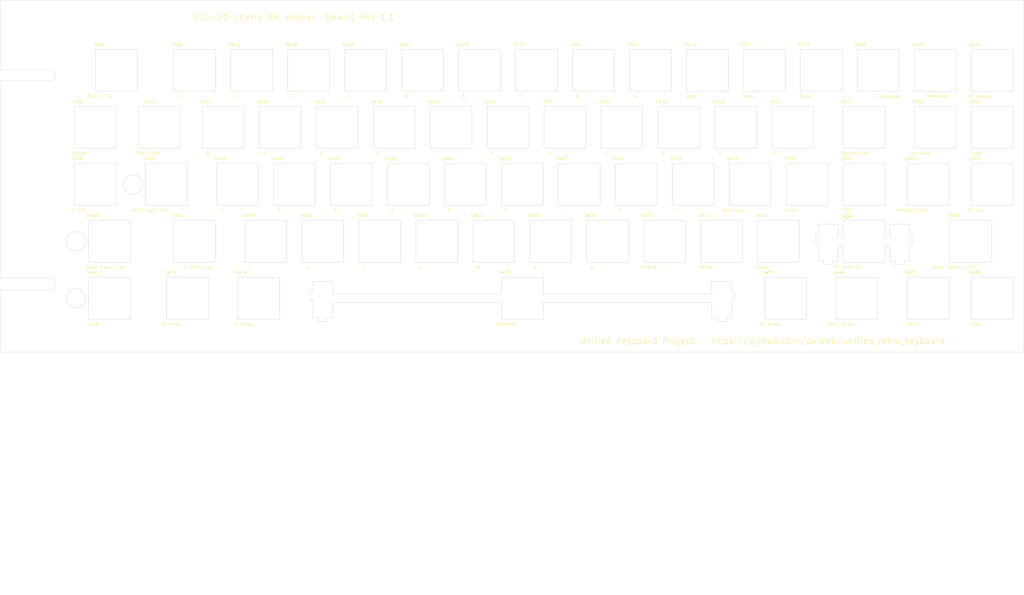
<source format=kicad_pcb>
(kicad_pcb (version 20171130) (host pcbnew "(5.1.5-0-10_14)")

  (general
    (thickness 1.6)
    (drawings 18)
    (tracks 0)
    (zones 0)
    (modules 75)
    (nets 1)
  )

  (page C)
  (title_block
    (title "Unified Retro Keyboard")
    (date 2019-08-25)
    (rev 1.1)
    (company OSIWeb.org)
    (comment 1 "Key aligner - Cherry (main)")
  )

  (layers
    (0 F.Cu signal)
    (31 B.Cu signal)
    (32 B.Adhes user)
    (33 F.Adhes user)
    (34 B.Paste user)
    (35 F.Paste user)
    (36 B.SilkS user)
    (37 F.SilkS user)
    (38 B.Mask user)
    (39 F.Mask user)
    (40 Dwgs.User user)
    (41 Cmts.User user)
    (42 Eco1.User user)
    (43 Eco2.User user)
    (44 Edge.Cuts user)
    (45 Margin user)
    (46 B.CrtYd user)
    (47 F.CrtYd user)
    (48 B.Fab user)
    (49 F.Fab user)
  )

  (setup
    (last_trace_width 0.254)
    (user_trace_width 0.254)
    (user_trace_width 0.508)
    (user_trace_width 1.27)
    (trace_clearance 0.2)
    (zone_clearance 0.508)
    (zone_45_only no)
    (trace_min 0.2)
    (via_size 0.8128)
    (via_drill 0.4064)
    (via_min_size 0.4)
    (via_min_drill 0.3)
    (user_via 1.27 0.7112)
    (uvia_size 0.3048)
    (uvia_drill 0.1016)
    (uvias_allowed no)
    (uvia_min_size 0.2)
    (uvia_min_drill 0.1)
    (edge_width 0.05)
    (segment_width 0.2)
    (pcb_text_width 0.3)
    (pcb_text_size 1.5 1.5)
    (mod_edge_width 0.12)
    (mod_text_size 1 1)
    (mod_text_width 0.15)
    (pad_size 3.81 3.81)
    (pad_drill 3.81)
    (pad_to_mask_clearance 0)
    (aux_axis_origin 61.4172 179.1081)
    (grid_origin 76.835 223.393)
    (visible_elements 7FFFEFFF)
    (pcbplotparams
      (layerselection 0x010fc_ffffffff)
      (usegerberextensions false)
      (usegerberattributes false)
      (usegerberadvancedattributes false)
      (creategerberjobfile false)
      (excludeedgelayer true)
      (linewidth 0.100000)
      (plotframeref false)
      (viasonmask false)
      (mode 1)
      (useauxorigin false)
      (hpglpennumber 1)
      (hpglpenspeed 20)
      (hpglpendiameter 15.000000)
      (psnegative false)
      (psa4output false)
      (plotreference true)
      (plotvalue true)
      (plotinvisibletext false)
      (padsonsilk false)
      (subtractmaskfromsilk false)
      (outputformat 1)
      (mirror false)
      (drillshape 0)
      (scaleselection 1)
      (outputdirectory "outputs"))
  )

  (net 0 "")

  (net_class Default "This is the default net class."
    (clearance 0.2)
    (trace_width 0.254)
    (via_dia 0.8128)
    (via_drill 0.4064)
    (uvia_dia 0.3048)
    (uvia_drill 0.1016)
    (diff_pair_width 0.2032)
    (diff_pair_gap 0.254)
  )

  (net_class power1 ""
    (clearance 0.254)
    (trace_width 1.27)
    (via_dia 1.27)
    (via_drill 0.7112)
    (uvia_dia 0.3048)
    (uvia_drill 0.1016)
    (diff_pair_width 0.2032)
    (diff_pair_gap 0.254)
  )

  (net_class signal ""
    (clearance 0.2032)
    (trace_width 0.254)
    (via_dia 0.8128)
    (via_drill 0.4064)
    (uvia_dia 0.3048)
    (uvia_drill 0.1016)
    (diff_pair_width 0.2032)
    (diff_pair_gap 0.254)
  )

  (module unikbd:MX_2u_aligner locked (layer F.Cu) (tedit 5E8CCCF3) (tstamp 5E12D3B8)
    (at 365.75238 187.74156)
    (path /5BC3E99D/5BC6D0C2)
    (fp_text reference SW55 (at -5.7912 -8.6106) (layer F.SilkS)
      (effects (font (size 1 1) (thickness 0.15)))
    )
    (fp_text value "RT Shift: 2x" (at -5.334 8.6614) (layer F.SilkS)
      (effects (font (size 1 1) (thickness 0.15)))
    )
    (fp_line (start 6.985 1.397) (end 8.6106 1.397) (layer Edge.Cuts) (width 0.12))
    (fp_line (start 6.985 -1.397) (end 8.6106 -1.397) (layer Edge.Cuts) (width 0.12))
    (fp_line (start -8.6106 -1.397) (end -6.985 -1.397) (layer Edge.Cuts) (width 0.12))
    (fp_line (start -8.6106 1.397) (end -6.985 1.397) (layer Edge.Cuts) (width 0.12))
    (fp_text user SW** (at -5.334 -7.874) (layer F.SilkS)
      (effects (font (size 1 1) (thickness 0.15)))
    )
    (fp_text user MX_space_aligner (at -0.6096 7.9248) (layer B.Fab)
      (effects (font (size 1 1) (thickness 0.15)))
    )
    (fp_line (start 15.2654 -5.6896) (end 15.2654 -2.286) (layer Edge.Cuts) (width 0.12))
    (fp_line (start 15.2654 -2.286) (end 16.129 -2.286) (layer Edge.Cuts) (width 0.12))
    (fp_line (start 16.129 -2.286) (end 16.129 0.508) (layer Edge.Cuts) (width 0.12))
    (fp_line (start 16.129 0.508) (end 15.2654 0.508) (layer Edge.Cuts) (width 0.12))
    (fp_line (start 15.2654 0.508) (end 15.2654 6.604) (layer Edge.Cuts) (width 0.12))
    (fp_line (start 15.2654 6.604) (end 13.462 6.604) (layer Edge.Cuts) (width 0.12))
    (fp_line (start 13.462 6.604) (end 13.462 7.7724) (layer Edge.Cuts) (width 0.12))
    (fp_line (start 6.985 -6.985) (end 6.985 -1.397) (layer Edge.Cuts) (width 0.12))
    (fp_line (start 8.6106 -5.6896) (end 15.2654 -5.6896) (layer Edge.Cuts) (width 0.12))
    (fp_line (start 8.6106 -1.397) (end 8.6106 -5.6896) (layer Edge.Cuts) (width 0.12))
    (fp_line (start 13.462 7.7724) (end 10.414 7.7724) (layer Edge.Cuts) (width 0.12))
    (fp_line (start 10.414 7.7724) (end 10.414 6.604) (layer Edge.Cuts) (width 0.12))
    (fp_line (start 10.414 6.604) (end 8.6106 6.604) (layer Edge.Cuts) (width 0.12))
    (fp_line (start 8.6106 6.604) (end 8.6106 1.397) (layer Edge.Cuts) (width 0.12))
    (fp_line (start 6.985 1.397) (end 6.985 6.985) (layer Edge.Cuts) (width 0.12))
    (fp_line (start 6.985 6.985) (end -6.985 6.985) (layer Edge.Cuts) (width 0.12))
    (fp_line (start -6.985 6.985) (end -6.985 1.397) (layer Edge.Cuts) (width 0.12))
    (fp_line (start -8.6106 1.397) (end -8.6106 6.604) (layer Edge.Cuts) (width 0.12))
    (fp_line (start -8.6106 6.604) (end -10.414 6.604) (layer Edge.Cuts) (width 0.12))
    (fp_line (start -10.414 6.604) (end -10.414 7.7724) (layer Edge.Cuts) (width 0.12))
    (fp_line (start -10.414 7.7724) (end -13.462 7.7724) (layer Edge.Cuts) (width 0.12))
    (fp_line (start -13.462 7.7724) (end -13.462 6.604) (layer Edge.Cuts) (width 0.12))
    (fp_line (start -13.462 6.604) (end -15.2654 6.604) (layer Edge.Cuts) (width 0.12))
    (fp_line (start -15.2654 6.604) (end -15.2654 0.508) (layer Edge.Cuts) (width 0.12))
    (fp_line (start -15.2654 0.508) (end -16.129 0.508) (layer Edge.Cuts) (width 0.12))
    (fp_line (start -16.129 0.508) (end -16.129 -2.286) (layer Edge.Cuts) (width 0.12))
    (fp_line (start -16.129 -2.286) (end -15.2654 -2.286) (layer Edge.Cuts) (width 0.12))
    (fp_line (start -15.2654 -2.286) (end -15.2654 -5.6896) (layer Edge.Cuts) (width 0.12))
    (fp_line (start -15.2654 -5.6896) (end -8.6106 -5.6896) (layer Edge.Cuts) (width 0.12))
    (fp_line (start -8.6106 -5.6896) (end -8.6106 -1.397) (layer Edge.Cuts) (width 0.12))
    (fp_line (start -6.985 -1.397) (end -6.985 -6.985) (layer Edge.Cuts) (width 0.12))
    (fp_line (start -6.985 -6.985) (end 6.985 -6.985) (layer Edge.Cuts) (width 0.12))
  )

  (module unikbd:Key_MX_Aligner locked (layer F.Cu) (tedit 5E75767C) (tstamp 5E12D408)
    (at 401.47113 187.74156)
    (path /5BC3E99D/5BC6D0C9)
    (fp_text reference SW59 (at -5.7912 -8.6106) (layer F.SilkS)
      (effects (font (size 1 1) (thickness 0.15)))
    )
    (fp_text value "Mode Select: 1.75x" (at -5.334 8.6614) (layer F.SilkS)
      (effects (font (size 1 1) (thickness 0.15)))
    )
    (fp_line (start -6.985 -6.985) (end -6.985 6.985) (layer Edge.Cuts) (width 0.12))
    (fp_line (start 6.985 6.985) (end 6.985 -6.985) (layer Edge.Cuts) (width 0.12))
    (fp_line (start -6.985 -6.985) (end 6.985 -6.985) (layer Edge.Cuts) (width 0.12))
    (fp_line (start -6.985 6.985) (end 6.985 6.985) (layer Edge.Cuts) (width 0.12))
  )

  (module unikbd:Key_MX_Aligner locked (layer F.Cu) (tedit 5E75767C) (tstamp 5E12D458)
    (at 251.45238 168.69156)
    (path /5BC3E99D/5BC3FF70)
    (fp_text reference SW63 (at -5.7912 -8.6106) (layer F.SilkS)
      (effects (font (size 1 1) (thickness 0.15)))
    )
    (fp_text value H (at -5.334 8.6614) (layer F.SilkS)
      (effects (font (size 1 1) (thickness 0.15)))
    )
    (fp_line (start -6.985 -6.985) (end -6.985 6.985) (layer Edge.Cuts) (width 0.12))
    (fp_line (start 6.985 6.985) (end 6.985 -6.985) (layer Edge.Cuts) (width 0.12))
    (fp_line (start -6.985 -6.985) (end 6.985 -6.985) (layer Edge.Cuts) (width 0.12))
    (fp_line (start -6.985 6.985) (end 6.985 6.985) (layer Edge.Cuts) (width 0.12))
  )

  (module unikbd:Key_MX_Aligner locked (layer F.Cu) (tedit 5E75767C) (tstamp 5E12D41C)
    (at 232.40238 168.69156)
    (path /5BC3E99D/5BC3FF77)
    (fp_text reference SW60 (at -5.7912 -8.6106) (layer F.SilkS)
      (effects (font (size 1 1) (thickness 0.15)))
    )
    (fp_text value G (at -5.334 8.6614) (layer F.SilkS)
      (effects (font (size 1 1) (thickness 0.15)))
    )
    (fp_line (start -6.985 -6.985) (end -6.985 6.985) (layer Edge.Cuts) (width 0.12))
    (fp_line (start 6.985 6.985) (end 6.985 -6.985) (layer Edge.Cuts) (width 0.12))
    (fp_line (start -6.985 -6.985) (end 6.985 -6.985) (layer Edge.Cuts) (width 0.12))
    (fp_line (start -6.985 6.985) (end 6.985 6.985) (layer Edge.Cuts) (width 0.12))
  )

  (module unikbd:Key_MX_Aligner locked (layer F.Cu) (tedit 5E75767C) (tstamp 5E12D430)
    (at 387.18363 168.69156)
    (path /5BC3E99D/5BC6CD87)
    (fp_text reference SW61 (at -5.7912 -8.6106) (layer F.SilkS)
      (effects (font (size 1 1) (thickness 0.15)))
    )
    (fp_text value "Repeat: 1.25x" (at -5.334 8.6614) (layer F.SilkS)
      (effects (font (size 1 1) (thickness 0.15)))
    )
    (fp_line (start -6.985 -6.985) (end -6.985 6.985) (layer Edge.Cuts) (width 0.12))
    (fp_line (start 6.985 6.985) (end 6.985 -6.985) (layer Edge.Cuts) (width 0.12))
    (fp_line (start -6.985 -6.985) (end 6.985 -6.985) (layer Edge.Cuts) (width 0.12))
    (fp_line (start -6.985 6.985) (end 6.985 6.985) (layer Edge.Cuts) (width 0.12))
  )

  (module unikbd:Key_MX_Aligner locked (layer F.Cu) (tedit 5E75767C) (tstamp 5E12D3CC)
    (at 213.35238 168.69156)
    (path /5BC3E99D/5BC3FF69)
    (fp_text reference SW56 (at -5.7912 -8.6106) (layer F.SilkS)
      (effects (font (size 1 1) (thickness 0.15)))
    )
    (fp_text value F (at -5.334 8.6614) (layer F.SilkS)
      (effects (font (size 1 1) (thickness 0.15)))
    )
    (fp_line (start -6.985 -6.985) (end -6.985 6.985) (layer Edge.Cuts) (width 0.12))
    (fp_line (start 6.985 6.985) (end 6.985 -6.985) (layer Edge.Cuts) (width 0.12))
    (fp_line (start -6.985 -6.985) (end 6.985 -6.985) (layer Edge.Cuts) (width 0.12))
    (fp_line (start -6.985 6.985) (end 6.985 6.985) (layer Edge.Cuts) (width 0.12))
  )

  (module unikbd:Key_MX_Aligner locked (layer F.Cu) (tedit 5E75767C) (tstamp 5E12D46C)
    (at 408.61488 168.69156)
    (path /5BC3E99D/5BC6CD80)
    (fp_text reference SW64 (at -5.7912 -8.6106) (layer F.SilkS)
      (effects (font (size 1 1) (thickness 0.15)))
    )
    (fp_text value "RT Ctrl" (at -5.334 8.6614) (layer F.SilkS)
      (effects (font (size 1 1) (thickness 0.15)))
    )
    (fp_line (start -6.985 -6.985) (end -6.985 6.985) (layer Edge.Cuts) (width 0.12))
    (fp_line (start 6.985 6.985) (end 6.985 -6.985) (layer Edge.Cuts) (width 0.12))
    (fp_line (start -6.985 -6.985) (end 6.985 -6.985) (layer Edge.Cuts) (width 0.12))
    (fp_line (start -6.985 6.985) (end 6.985 6.985) (layer Edge.Cuts) (width 0.12))
  )

  (module unikbd:Key_MX_Aligner locked (layer F.Cu) (tedit 5E75767C) (tstamp 5E12D250)
    (at 270.50238 168.69156)
    (path /5BC3E99D/5E1BE11F)
    (fp_text reference SW37 (at -5.7912 -8.6106) (layer F.SilkS)
      (effects (font (size 1 1) (thickness 0.15)))
    )
    (fp_text value J (at -5.334 8.6614) (layer F.SilkS)
      (effects (font (size 1 1) (thickness 0.15)))
    )
    (fp_line (start -6.985 -6.985) (end -6.985 6.985) (layer Edge.Cuts) (width 0.12))
    (fp_line (start 6.985 6.985) (end 6.985 -6.985) (layer Edge.Cuts) (width 0.12))
    (fp_line (start -6.985 -6.985) (end 6.985 -6.985) (layer Edge.Cuts) (width 0.12))
    (fp_line (start -6.985 6.985) (end 6.985 6.985) (layer Edge.Cuts) (width 0.12))
  )

  (module unikbd:Key_MX_Aligner locked (layer F.Cu) (tedit 5E75767C) (tstamp 5E12D28C)
    (at 132.38988 168.69156)
    (path /5BC3E99D/5BC3FD26)
    (fp_text reference SW40 (at -5.7912 -8.6106) (layer F.SilkS)
      (effects (font (size 1 1) (thickness 0.15)))
    )
    (fp_text value "Shift Lock: 1.5x" (at -5.334 8.6614) (layer F.SilkS)
      (effects (font (size 1 1) (thickness 0.15)))
    )
    (fp_line (start -6.985 -6.985) (end -6.985 6.985) (layer Edge.Cuts) (width 0.12))
    (fp_line (start 6.985 6.985) (end 6.985 -6.985) (layer Edge.Cuts) (width 0.12))
    (fp_line (start -6.985 -6.985) (end 6.985 -6.985) (layer Edge.Cuts) (width 0.12))
    (fp_line (start -6.985 6.985) (end 6.985 6.985) (layer Edge.Cuts) (width 0.12))
  )

  (module unikbd:Key_MX_Aligner locked (layer F.Cu) (tedit 5E75767C) (tstamp 5E12D2A0)
    (at 289.55238 168.69156)
    (path /5BC3E99D/5BC6CD5D)
    (fp_text reference SW41 (at -5.7912 -8.6106) (layer F.SilkS)
      (effects (font (size 1 1) (thickness 0.15)))
    )
    (fp_text value K (at -5.334 8.6614) (layer F.SilkS)
      (effects (font (size 1 1) (thickness 0.15)))
    )
    (fp_line (start -6.985 -6.985) (end -6.985 6.985) (layer Edge.Cuts) (width 0.12))
    (fp_line (start 6.985 6.985) (end 6.985 -6.985) (layer Edge.Cuts) (width 0.12))
    (fp_line (start -6.985 -6.985) (end 6.985 -6.985) (layer Edge.Cuts) (width 0.12))
    (fp_line (start -6.985 6.985) (end 6.985 6.985) (layer Edge.Cuts) (width 0.12))
  )

  (module unikbd:Key_MX_Aligner locked (layer F.Cu) (tedit 5E75767C) (tstamp 5E12D2DC)
    (at 156.20238 168.69156)
    (path /5BC3E99D/5BC3FE57)
    (fp_text reference SW44 (at -5.7912 -8.6106) (layer F.SilkS)
      (effects (font (size 1 1) (thickness 0.15)))
    )
    (fp_text value A (at -5.334 8.6614) (layer F.SilkS)
      (effects (font (size 1 1) (thickness 0.15)))
    )
    (fp_line (start -6.985 -6.985) (end -6.985 6.985) (layer Edge.Cuts) (width 0.12))
    (fp_line (start 6.985 6.985) (end 6.985 -6.985) (layer Edge.Cuts) (width 0.12))
    (fp_line (start -6.985 -6.985) (end 6.985 -6.985) (layer Edge.Cuts) (width 0.12))
    (fp_line (start -6.985 6.985) (end 6.985 6.985) (layer Edge.Cuts) (width 0.12))
  )

  (module unikbd:Key_MX_Aligner locked (layer F.Cu) (tedit 5E75767C) (tstamp 5E12D2F0)
    (at 308.60238 168.69156)
    (path /5BC3E99D/5BC6CD6B)
    (fp_text reference SW45 (at -5.7912 -8.6106) (layer F.SilkS)
      (effects (font (size 1 1) (thickness 0.15)))
    )
    (fp_text value L (at -5.334 8.6614) (layer F.SilkS)
      (effects (font (size 1 1) (thickness 0.15)))
    )
    (fp_line (start -6.985 -6.985) (end -6.985 6.985) (layer Edge.Cuts) (width 0.12))
    (fp_line (start 6.985 6.985) (end 6.985 -6.985) (layer Edge.Cuts) (width 0.12))
    (fp_line (start -6.985 -6.985) (end 6.985 -6.985) (layer Edge.Cuts) (width 0.12))
    (fp_line (start -6.985 6.985) (end 6.985 6.985) (layer Edge.Cuts) (width 0.12))
  )

  (module unikbd:Key_MX_Aligner locked (layer F.Cu) (tedit 5E75767C) (tstamp 5E12D32C)
    (at 175.25238 168.69156)
    (path /5BC3E99D/5E1BE11D)
    (fp_text reference SW48 (at -5.7912 -8.6106) (layer F.SilkS)
      (effects (font (size 1 1) (thickness 0.15)))
    )
    (fp_text value S (at -5.334 8.6614) (layer F.SilkS)
      (effects (font (size 1 1) (thickness 0.15)))
    )
    (fp_line (start -6.985 -6.985) (end -6.985 6.985) (layer Edge.Cuts) (width 0.12))
    (fp_line (start 6.985 6.985) (end 6.985 -6.985) (layer Edge.Cuts) (width 0.12))
    (fp_line (start -6.985 -6.985) (end 6.985 -6.985) (layer Edge.Cuts) (width 0.12))
    (fp_line (start -6.985 6.985) (end 6.985 6.985) (layer Edge.Cuts) (width 0.12))
  )

  (module unikbd:Key_MX_Aligner locked (layer F.Cu) (tedit 5E75767C) (tstamp 5E12D340)
    (at 327.65238 168.69156)
    (path /5BC3E99D/5BC6CD64)
    (fp_text reference SW49 (at -5.7912 -8.6106) (layer F.SilkS)
      (effects (font (size 1 1) (thickness 0.15)))
    )
    (fp_text value Semicolon (at -5.334 8.6614) (layer F.SilkS)
      (effects (font (size 1 1) (thickness 0.15)))
    )
    (fp_line (start -6.985 -6.985) (end -6.985 6.985) (layer Edge.Cuts) (width 0.12))
    (fp_line (start 6.985 6.985) (end 6.985 -6.985) (layer Edge.Cuts) (width 0.12))
    (fp_line (start -6.985 -6.985) (end 6.985 -6.985) (layer Edge.Cuts) (width 0.12))
    (fp_line (start -6.985 6.985) (end 6.985 6.985) (layer Edge.Cuts) (width 0.12))
  )

  (module unikbd:Key_MX_Aligner locked (layer F.Cu) (tedit 5E75767C) (tstamp 5E12D37C)
    (at 194.30238 168.69156)
    (path /5BC3E99D/5E0AC938)
    (fp_text reference SW52 (at -5.7912 -8.6106) (layer F.SilkS)
      (effects (font (size 1 1) (thickness 0.15)))
    )
    (fp_text value D (at -5.334 8.6614) (layer F.SilkS)
      (effects (font (size 1 1) (thickness 0.15)))
    )
    (fp_line (start -6.985 -6.985) (end -6.985 6.985) (layer Edge.Cuts) (width 0.12))
    (fp_line (start 6.985 6.985) (end 6.985 -6.985) (layer Edge.Cuts) (width 0.12))
    (fp_line (start -6.985 -6.985) (end 6.985 -6.985) (layer Edge.Cuts) (width 0.12))
    (fp_line (start -6.985 6.985) (end 6.985 6.985) (layer Edge.Cuts) (width 0.12))
  )

  (module unikbd:Key_MX_Aligner locked (layer F.Cu) (tedit 5E75767C) (tstamp 5E12D390)
    (at 346.70238 168.69156)
    (path /5BC3E99D/5BC6CD72)
    (fp_text reference SW53 (at -5.7912 -8.6106) (layer F.SilkS)
      (effects (font (size 1 1) (thickness 0.15)))
    )
    (fp_text value Colon (at -5.334 8.6614) (layer F.SilkS)
      (effects (font (size 1 1) (thickness 0.15)))
    )
    (fp_line (start -6.985 -6.985) (end -6.985 6.985) (layer Edge.Cuts) (width 0.12))
    (fp_line (start 6.985 6.985) (end 6.985 -6.985) (layer Edge.Cuts) (width 0.12))
    (fp_line (start -6.985 -6.985) (end 6.985 -6.985) (layer Edge.Cuts) (width 0.12))
    (fp_line (start -6.985 6.985) (end 6.985 6.985) (layer Edge.Cuts) (width 0.12))
  )

  (module unikbd:Key_MX_Aligner locked (layer F.Cu) (tedit 5E75767C) (tstamp 5E12D3E0)
    (at 365.75238 168.69156)
    (path /5BC3E99D/5BC6CD79)
    (fp_text reference SW57 (at -5.7912 -8.6106) (layer F.SilkS)
      (effects (font (size 1 1) (thickness 0.15)))
    )
    (fp_text value DEL (at -5.334 8.6614) (layer F.SilkS)
      (effects (font (size 1 1) (thickness 0.15)))
    )
    (fp_line (start -6.985 -6.985) (end -6.985 6.985) (layer Edge.Cuts) (width 0.12))
    (fp_line (start 6.985 6.985) (end 6.985 -6.985) (layer Edge.Cuts) (width 0.12))
    (fp_line (start -6.985 -6.985) (end 6.985 -6.985) (layer Edge.Cuts) (width 0.12))
    (fp_line (start -6.985 6.985) (end 6.985 6.985) (layer Edge.Cuts) (width 0.12))
  )

  (module unikbd:Key_MX_Aligner locked (layer F.Cu) (tedit 5E75767C) (tstamp 5E12D3A4)
    (at 203.82738 187.74156)
    (path /5BC3E99D/5BC6CEF2)
    (fp_text reference SW54 (at -5.7912 -8.6106) (layer F.SilkS)
      (effects (font (size 1 1) (thickness 0.15)))
    )
    (fp_text value C (at -5.334 8.6614) (layer F.SilkS)
      (effects (font (size 1 1) (thickness 0.15)))
    )
    (fp_line (start -6.985 -6.985) (end -6.985 6.985) (layer Edge.Cuts) (width 0.12))
    (fp_line (start 6.985 6.985) (end 6.985 -6.985) (layer Edge.Cuts) (width 0.12))
    (fp_line (start -6.985 -6.985) (end 6.985 -6.985) (layer Edge.Cuts) (width 0.12))
    (fp_line (start -6.985 6.985) (end 6.985 6.985) (layer Edge.Cuts) (width 0.12))
  )

  (module unikbd:Key_MX_Aligner locked (layer F.Cu) (tedit 5E75767C) (tstamp 5E6EC726)
    (at 163.34613 206.79156)
    (path /5E16AC8E/5E1BE0F6)
    (fp_text reference SW74 (at -5.7912 -8.6106) (layer F.SilkS)
      (effects (font (size 1 1) (thickness 0.15)))
    )
    (fp_text value "LT Arrow" (at -5.334 8.6614) (layer F.SilkS)
      (effects (font (size 1 1) (thickness 0.15)))
    )
    (fp_line (start -6.985 -6.985) (end -6.985 6.985) (layer Edge.Cuts) (width 0.12))
    (fp_line (start 6.985 6.985) (end 6.985 -6.985) (layer Edge.Cuts) (width 0.12))
    (fp_line (start -6.985 -6.985) (end 6.985 -6.985) (layer Edge.Cuts) (width 0.12))
    (fp_line (start -6.985 6.985) (end 6.985 6.985) (layer Edge.Cuts) (width 0.12))
  )

  (module unikbd:Key_MX_Aligner locked (layer F.Cu) (tedit 5E75767C) (tstamp 5E12D1C4)
    (at 227.63988 149.64156)
    (path /5BC3EA0A/5BCAF420)
    (fp_text reference SW30 (at -5.7912 -8.6106) (layer F.SilkS)
      (effects (font (size 1 1) (thickness 0.15)))
    )
    (fp_text value T (at -5.334 8.6614) (layer F.SilkS)
      (effects (font (size 1 1) (thickness 0.15)))
    )
    (fp_line (start -6.985 -6.985) (end -6.985 6.985) (layer Edge.Cuts) (width 0.12))
    (fp_line (start 6.985 6.985) (end 6.985 -6.985) (layer Edge.Cuts) (width 0.12))
    (fp_line (start -6.985 -6.985) (end 6.985 -6.985) (layer Edge.Cuts) (width 0.12))
    (fp_line (start -6.985 6.985) (end 6.985 6.985) (layer Edge.Cuts) (width 0.12))
  )

  (module unikbd:Key_MX_Aligner locked (layer F.Cu) (tedit 5E75767C) (tstamp 5E12D64C)
    (at 408.61488 206.79156)
    (path /5E16AC8E/5E1BE0F8)
    (fp_text reference SW88 (at -5.7912 -8.6106) (layer F.SilkS)
      (effects (font (size 1 1) (thickness 0.15)))
    )
    (fp_text value Clear (at -5.334 8.6614) (layer F.SilkS)
      (effects (font (size 1 1) (thickness 0.15)))
    )
    (fp_line (start -6.985 -6.985) (end -6.985 6.985) (layer Edge.Cuts) (width 0.12))
    (fp_line (start 6.985 6.985) (end 6.985 -6.985) (layer Edge.Cuts) (width 0.12))
    (fp_line (start -6.985 -6.985) (end 6.985 -6.985) (layer Edge.Cuts) (width 0.12))
    (fp_line (start -6.985 6.985) (end 6.985 6.985) (layer Edge.Cuts) (width 0.12))
  )

  (module unikbd:Key_MX_Aligner locked (layer F.Cu) (tedit 5E75767C) (tstamp 5E12D638)
    (at 387.18363 206.79156)
    (path /5E16AC8E/5E1BE0F9)
    (fp_text reference SW87 (at -5.7912 -8.6106) (layer F.SilkS)
      (effects (font (size 1 1) (thickness 0.15)))
    )
    (fp_text value Home (at -5.334 8.6614) (layer F.SilkS)
      (effects (font (size 1 1) (thickness 0.15)))
    )
    (fp_line (start -6.985 -6.985) (end -6.985 6.985) (layer Edge.Cuts) (width 0.12))
    (fp_line (start 6.985 6.985) (end 6.985 -6.985) (layer Edge.Cuts) (width 0.12))
    (fp_line (start -6.985 -6.985) (end 6.985 -6.985) (layer Edge.Cuts) (width 0.12))
    (fp_line (start -6.985 6.985) (end 6.985 6.985) (layer Edge.Cuts) (width 0.12))
  )

  (module unikbd:Key_MX_Aligner locked (layer F.Cu) (tedit 5E75767C) (tstamp 5E12D5FC)
    (at 363.37113 206.79156)
    (path /5E16AC8E/5E1BE0F7)
    (fp_text reference SW84 (at -5.7912 -8.6106) (layer F.SilkS)
      (effects (font (size 1 1) (thickness 0.15)))
    )
    (fp_text value "Down Arrow" (at -5.334 8.6614) (layer F.SilkS)
      (effects (font (size 1 1) (thickness 0.15)))
    )
    (fp_line (start -6.985 -6.985) (end -6.985 6.985) (layer Edge.Cuts) (width 0.12))
    (fp_line (start 6.985 6.985) (end 6.985 -6.985) (layer Edge.Cuts) (width 0.12))
    (fp_line (start -6.985 -6.985) (end 6.985 -6.985) (layer Edge.Cuts) (width 0.12))
    (fp_line (start -6.985 6.985) (end 6.985 6.985) (layer Edge.Cuts) (width 0.12))
  )

  (module unikbd:Key_MX_Aligner locked (layer F.Cu) (tedit 5E75767C) (tstamp 5E10B4C4)
    (at 339.55863 206.79156)
    (path /5E16AC8E/5E1BE119)
    (fp_text reference SW81 (at -5.7912 -8.6106) (layer F.SilkS)
      (effects (font (size 1 1) (thickness 0.15)))
    )
    (fp_text value "RT Arrow" (at -5.334 8.6614) (layer F.SilkS)
      (effects (font (size 1 1) (thickness 0.15)))
    )
    (fp_line (start -6.985 -6.985) (end -6.985 6.985) (layer Edge.Cuts) (width 0.12))
    (fp_line (start 6.985 6.985) (end 6.985 -6.985) (layer Edge.Cuts) (width 0.12))
    (fp_line (start -6.985 -6.985) (end 6.985 -6.985) (layer Edge.Cuts) (width 0.12))
    (fp_line (start -6.985 6.985) (end 6.985 6.985) (layer Edge.Cuts) (width 0.12))
  )

  (module unikbd:Key_MX_Aligner locked (layer F.Cu) (tedit 5E75767C) (tstamp 5E12D4E4)
    (at 139.53363 206.79156)
    (path /5E16AC8E/5E1BE0F5)
    (fp_text reference SW70 (at -5.7912 -8.6106) (layer F.SilkS)
      (effects (font (size 1 1) (thickness 0.15)))
    )
    (fp_text value "Up Arrow" (at -5.334 8.6614) (layer F.SilkS)
      (effects (font (size 1 1) (thickness 0.15)))
    )
    (fp_line (start -6.985 -6.985) (end -6.985 6.985) (layer Edge.Cuts) (width 0.12))
    (fp_line (start 6.985 6.985) (end 6.985 -6.985) (layer Edge.Cuts) (width 0.12))
    (fp_line (start -6.985 -6.985) (end 6.985 -6.985) (layer Edge.Cuts) (width 0.12))
    (fp_line (start -6.985 6.985) (end 6.985 6.985) (layer Edge.Cuts) (width 0.12))
  )

  (module unikbd:Key_MX_Aligner locked (layer F.Cu) (tedit 5E75767C) (tstamp 5E12D494)
    (at 113.33988 206.79156)
    (path /5E16AC8E/5E12EFC1)
    (fp_text reference SW66 (at -5.7912 -8.6106) (layer F.SilkS)
      (effects (font (size 1 1) (thickness 0.15)))
    )
    (fp_text value Local (at -5.334 8.6614) (layer F.SilkS)
      (effects (font (size 1 1) (thickness 0.15)))
    )
    (fp_line (start -6.985 -6.985) (end -6.985 6.985) (layer Edge.Cuts) (width 0.12))
    (fp_line (start 6.985 6.985) (end 6.985 -6.985) (layer Edge.Cuts) (width 0.12))
    (fp_line (start -6.985 -6.985) (end 6.985 -6.985) (layer Edge.Cuts) (width 0.12))
    (fp_line (start -6.985 6.985) (end 6.985 6.985) (layer Edge.Cuts) (width 0.12))
  )

  (module unikbd:Key_MX_Aligner locked (layer F.Cu) (tedit 5E75767C) (tstamp 5E12D480)
    (at 260.97738 187.74156)
    (path /5BC3E99D/5BC6CF00)
    (fp_text reference SW65 (at -5.7912 -8.6106) (layer F.SilkS)
      (effects (font (size 1 1) (thickness 0.15)))
    )
    (fp_text value N (at -5.334 8.6614) (layer F.SilkS)
      (effects (font (size 1 1) (thickness 0.15)))
    )
    (fp_line (start -6.985 -6.985) (end -6.985 6.985) (layer Edge.Cuts) (width 0.12))
    (fp_line (start 6.985 6.985) (end 6.985 -6.985) (layer Edge.Cuts) (width 0.12))
    (fp_line (start -6.985 -6.985) (end 6.985 -6.985) (layer Edge.Cuts) (width 0.12))
    (fp_line (start -6.985 6.985) (end 6.985 6.985) (layer Edge.Cuts) (width 0.12))
  )

  (module unikbd:Key_MX_Aligner locked (layer F.Cu) (tedit 5E75767C) (tstamp 5E12D444)
    (at 241.92738 187.74156)
    (path /5BC3E99D/5BC6CF07)
    (fp_text reference SW62 (at -5.7912 -8.6106) (layer F.SilkS)
      (effects (font (size 1 1) (thickness 0.15)))
    )
    (fp_text value B (at -5.334 8.6614) (layer F.SilkS)
      (effects (font (size 1 1) (thickness 0.15)))
    )
    (fp_line (start -6.985 -6.985) (end -6.985 6.985) (layer Edge.Cuts) (width 0.12))
    (fp_line (start 6.985 6.985) (end 6.985 -6.985) (layer Edge.Cuts) (width 0.12))
    (fp_line (start -6.985 -6.985) (end 6.985 -6.985) (layer Edge.Cuts) (width 0.12))
    (fp_line (start -6.985 6.985) (end 6.985 6.985) (layer Edge.Cuts) (width 0.12))
  )

  (module unikbd:Key_MX_Aligner locked (layer F.Cu) (tedit 5E75767C) (tstamp 5E12D3F4)
    (at 222.87738 187.74156)
    (path /5BC3E99D/5BC6CEF9)
    (fp_text reference SW58 (at -5.7912 -8.6106) (layer F.SilkS)
      (effects (font (size 1 1) (thickness 0.15)))
    )
    (fp_text value V (at -5.334 8.6614) (layer F.SilkS)
      (effects (font (size 1 1) (thickness 0.15)))
    )
    (fp_line (start -6.985 -6.985) (end -6.985 6.985) (layer Edge.Cuts) (width 0.12))
    (fp_line (start 6.985 6.985) (end 6.985 -6.985) (layer Edge.Cuts) (width 0.12))
    (fp_line (start -6.985 -6.985) (end 6.985 -6.985) (layer Edge.Cuts) (width 0.12))
    (fp_line (start -6.985 6.985) (end 6.985 6.985) (layer Edge.Cuts) (width 0.12))
  )

  (module unikbd:Key_MX_Aligner locked (layer F.Cu) (tedit 5E75767C) (tstamp 5E12D368)
    (at 337.17738 187.74156)
    (path /5BC3E99D/5BC6D0B4)
    (fp_text reference SW51 (at -5.7912 -8.6106) (layer F.SilkS)
      (effects (font (size 1 1) (thickness 0.15)))
    )
    (fp_text value Slash (at -5.334 8.6614) (layer F.SilkS)
      (effects (font (size 1 1) (thickness 0.15)))
    )
    (fp_line (start -6.985 -6.985) (end -6.985 6.985) (layer Edge.Cuts) (width 0.12))
    (fp_line (start 6.985 6.985) (end 6.985 -6.985) (layer Edge.Cuts) (width 0.12))
    (fp_line (start -6.985 -6.985) (end 6.985 -6.985) (layer Edge.Cuts) (width 0.12))
    (fp_line (start -6.985 6.985) (end 6.985 6.985) (layer Edge.Cuts) (width 0.12))
  )

  (module unikbd:Key_MX_Aligner locked (layer F.Cu) (tedit 5E75767C) (tstamp 5E12D354)
    (at 184.77738 187.74156)
    (path /5BC3E99D/5BC6CEE4)
    (fp_text reference SW50 (at -5.7912 -8.6106) (layer F.SilkS)
      (effects (font (size 1 1) (thickness 0.15)))
    )
    (fp_text value X (at -5.334 8.6614) (layer F.SilkS)
      (effects (font (size 1 1) (thickness 0.15)))
    )
    (fp_line (start -6.985 -6.985) (end -6.985 6.985) (layer Edge.Cuts) (width 0.12))
    (fp_line (start 6.985 6.985) (end 6.985 -6.985) (layer Edge.Cuts) (width 0.12))
    (fp_line (start -6.985 -6.985) (end 6.985 -6.985) (layer Edge.Cuts) (width 0.12))
    (fp_line (start -6.985 6.985) (end 6.985 6.985) (layer Edge.Cuts) (width 0.12))
  )

  (module unikbd:Key_MX_Aligner locked (layer F.Cu) (tedit 5E75767C) (tstamp 5E12D318)
    (at 318.12738 187.74156)
    (path /5BC3E99D/5BC6D0BB)
    (fp_text reference SW47 (at -5.7912 -8.6106) (layer F.SilkS)
      (effects (font (size 1 1) (thickness 0.15)))
    )
    (fp_text value Period (at -5.334 8.6614) (layer F.SilkS)
      (effects (font (size 1 1) (thickness 0.15)))
    )
    (fp_line (start -6.985 -6.985) (end -6.985 6.985) (layer Edge.Cuts) (width 0.12))
    (fp_line (start 6.985 6.985) (end 6.985 -6.985) (layer Edge.Cuts) (width 0.12))
    (fp_line (start -6.985 -6.985) (end 6.985 -6.985) (layer Edge.Cuts) (width 0.12))
    (fp_line (start -6.985 6.985) (end 6.985 6.985) (layer Edge.Cuts) (width 0.12))
  )

  (module unikbd:Key_MX_Aligner locked (layer F.Cu) (tedit 5E75767C) (tstamp 5E12D304)
    (at 165.72738 187.74156)
    (path /5BC3E99D/5BC6CEEB)
    (fp_text reference SW46 (at -5.7912 -8.6106) (layer F.SilkS)
      (effects (font (size 1 1) (thickness 0.15)))
    )
    (fp_text value Z (at -5.334 8.6614) (layer F.SilkS)
      (effects (font (size 1 1) (thickness 0.15)))
    )
    (fp_line (start -6.985 -6.985) (end -6.985 6.985) (layer Edge.Cuts) (width 0.12))
    (fp_line (start 6.985 6.985) (end 6.985 -6.985) (layer Edge.Cuts) (width 0.12))
    (fp_line (start -6.985 -6.985) (end 6.985 -6.985) (layer Edge.Cuts) (width 0.12))
    (fp_line (start -6.985 6.985) (end 6.985 6.985) (layer Edge.Cuts) (width 0.12))
  )

  (module unikbd:Key_MX_Aligner locked (layer F.Cu) (tedit 5E75767C) (tstamp 5E12D2C8)
    (at 299.07738 187.74156)
    (path /5BC3E99D/5E1BE115)
    (fp_text reference SW43 (at -5.7912 -8.6106) (layer F.SilkS)
      (effects (font (size 1 1) (thickness 0.15)))
    )
    (fp_text value Comma (at -5.334 8.6614) (layer F.SilkS)
      (effects (font (size 1 1) (thickness 0.15)))
    )
    (fp_line (start -6.985 -6.985) (end -6.985 6.985) (layer Edge.Cuts) (width 0.12))
    (fp_line (start 6.985 6.985) (end 6.985 -6.985) (layer Edge.Cuts) (width 0.12))
    (fp_line (start -6.985 -6.985) (end 6.985 -6.985) (layer Edge.Cuts) (width 0.12))
    (fp_line (start -6.985 6.985) (end 6.985 6.985) (layer Edge.Cuts) (width 0.12))
  )

  (module unikbd:Key_MX_Aligner locked (layer F.Cu) (tedit 5E75767C) (tstamp 5E10B192)
    (at 141.91488 187.74156)
    (path /5BC3E99D/5BC6CEDD)
    (fp_text reference SW42 (at -5.7912 -8.6106) (layer F.SilkS)
      (effects (font (size 1 1) (thickness 0.15)))
    )
    (fp_text value "LT Shift: 1.5x" (at 1.36652 8.75284) (layer F.SilkS)
      (effects (font (size 1 1) (thickness 0.15)))
    )
    (fp_line (start -6.985 -6.985) (end -6.985 6.985) (layer Edge.Cuts) (width 0.12))
    (fp_line (start 6.985 6.985) (end 6.985 -6.985) (layer Edge.Cuts) (width 0.12))
    (fp_line (start -6.985 -6.985) (end 6.985 -6.985) (layer Edge.Cuts) (width 0.12))
    (fp_line (start -6.985 6.985) (end 6.985 6.985) (layer Edge.Cuts) (width 0.12))
  )

  (module unikbd:Key_MX_Aligner locked (layer F.Cu) (tedit 5E75767C) (tstamp 5E12D264)
    (at 113.33988 187.74156)
    (path /5BC3E99D/5BC6CED6)
    (fp_text reference SW38 (at -5.7912 -8.6106) (layer F.SilkS)
      (effects (font (size 1 1) (thickness 0.15)))
    )
    (fp_text value "Upper Case: 1.5x" (at -1.55448 8.6614) (layer F.SilkS)
      (effects (font (size 1 1) (thickness 0.15)))
    )
    (fp_line (start -6.985 -6.985) (end -6.985 6.985) (layer Edge.Cuts) (width 0.12))
    (fp_line (start 6.985 6.985) (end 6.985 -6.985) (layer Edge.Cuts) (width 0.12))
    (fp_line (start -6.985 -6.985) (end 6.985 -6.985) (layer Edge.Cuts) (width 0.12))
    (fp_line (start -6.985 6.985) (end 6.985 6.985) (layer Edge.Cuts) (width 0.12))
  )

  (module unikbd:Key_MX_Aligner locked (layer F.Cu) (tedit 5E75767C) (tstamp 5E12D23C)
    (at 108.57738 168.69156)
    (path /5BC3E99D/5E1BE11B)
    (fp_text reference SW36 (at -5.7912 -8.6106) (layer F.SilkS)
      (effects (font (size 1 1) (thickness 0.15)))
    )
    (fp_text value "LT Ctrl" (at -5.334 8.6614) (layer F.SilkS)
      (effects (font (size 1 1) (thickness 0.15)))
    )
    (fp_line (start -6.985 -6.985) (end -6.985 6.985) (layer Edge.Cuts) (width 0.12))
    (fp_line (start 6.985 6.985) (end 6.985 -6.985) (layer Edge.Cuts) (width 0.12))
    (fp_line (start -6.985 -6.985) (end 6.985 -6.985) (layer Edge.Cuts) (width 0.12))
    (fp_line (start -6.985 6.985) (end 6.985 6.985) (layer Edge.Cuts) (width 0.12))
  )

  (module unikbd:Key_MX_Aligner locked (layer F.Cu) (tedit 5E75767C) (tstamp 5E12D228)
    (at 408.61488 149.64156)
    (path /5BC3EA0A/5BCAF489)
    (fp_text reference SW35 (at -5.7912 -8.6106) (layer F.SilkS)
      (effects (font (size 1 1) (thickness 0.15)))
    )
    (fp_text value Load (at -5.334 8.6614) (layer F.SilkS)
      (effects (font (size 1 1) (thickness 0.15)))
    )
    (fp_line (start -6.985 -6.985) (end -6.985 6.985) (layer Edge.Cuts) (width 0.12))
    (fp_line (start 6.985 6.985) (end 6.985 -6.985) (layer Edge.Cuts) (width 0.12))
    (fp_line (start -6.985 -6.985) (end 6.985 -6.985) (layer Edge.Cuts) (width 0.12))
    (fp_line (start -6.985 6.985) (end 6.985 6.985) (layer Edge.Cuts) (width 0.12))
  )

  (module unikbd:Key_MX_Aligner locked (layer F.Cu) (tedit 5E75767C) (tstamp 5E12D214)
    (at 246.68988 149.64156)
    (path /5BC3EA0A/5BCAF419)
    (fp_text reference SW34 (at -5.7912 -8.6106) (layer F.SilkS)
      (effects (font (size 1 1) (thickness 0.15)))
    )
    (fp_text value Y (at -5.334 8.6614) (layer F.SilkS)
      (effects (font (size 1 1) (thickness 0.15)))
    )
    (fp_line (start -6.985 -6.985) (end -6.985 6.985) (layer Edge.Cuts) (width 0.12))
    (fp_line (start 6.985 6.985) (end 6.985 -6.985) (layer Edge.Cuts) (width 0.12))
    (fp_line (start -6.985 -6.985) (end 6.985 -6.985) (layer Edge.Cuts) (width 0.12))
    (fp_line (start -6.985 6.985) (end 6.985 6.985) (layer Edge.Cuts) (width 0.12))
  )

  (module unikbd:Key_MX_Aligner locked (layer F.Cu) (tedit 5E75767C) (tstamp 5E12D200)
    (at 408.61488 130.59156)
    (path /5BC3EA0A/5BCAF3A9)
    (fp_text reference SW33 (at -5.7912 -8.6106) (layer F.SilkS)
      (effects (font (size 1 1) (thickness 0.15)))
    )
    (fp_text value "RT Bracket" (at -3.90398 8.75284) (layer F.SilkS)
      (effects (font (size 1 1) (thickness 0.15)))
    )
    (fp_line (start -6.985 -6.985) (end -6.985 6.985) (layer Edge.Cuts) (width 0.12))
    (fp_line (start 6.985 6.985) (end 6.985 -6.985) (layer Edge.Cuts) (width 0.12))
    (fp_line (start -6.985 -6.985) (end 6.985 -6.985) (layer Edge.Cuts) (width 0.12))
    (fp_line (start -6.985 6.985) (end 6.985 6.985) (layer Edge.Cuts) (width 0.12))
  )

  (module unikbd:Key_MX_Aligner locked (layer F.Cu) (tedit 5E75767C) (tstamp 5E12D1EC)
    (at 256.21488 130.59156)
    (path /5BC3EA0A/5BCAF339)
    (fp_text reference SW32 (at -5.7912 -8.6106) (layer F.SilkS)
      (effects (font (size 1 1) (thickness 0.15)))
    )
    (fp_text value 7 (at -5.334 8.6614) (layer F.SilkS)
      (effects (font (size 1 1) (thickness 0.15)))
    )
    (fp_line (start -6.985 -6.985) (end -6.985 6.985) (layer Edge.Cuts) (width 0.12))
    (fp_line (start 6.985 6.985) (end 6.985 -6.985) (layer Edge.Cuts) (width 0.12))
    (fp_line (start -6.985 -6.985) (end 6.985 -6.985) (layer Edge.Cuts) (width 0.12))
    (fp_line (start -6.985 6.985) (end 6.985 6.985) (layer Edge.Cuts) (width 0.12))
  )

  (module unikbd:Key_MX_Aligner locked (layer F.Cu) (tedit 5E75767C) (tstamp 5E12D1D8)
    (at 389.56488 149.64156)
    (path /5BC3EA0A/5BCAF490)
    (fp_text reference SW31 (at -5.7912 -8.6106) (layer F.SilkS)
      (effects (font (size 1 1) (thickness 0.15)))
    )
    (fp_text value "Line Feed" (at -5.334 8.6614) (layer F.SilkS)
      (effects (font (size 1 1) (thickness 0.15)))
    )
    (fp_line (start -6.985 -6.985) (end -6.985 6.985) (layer Edge.Cuts) (width 0.12))
    (fp_line (start 6.985 6.985) (end 6.985 -6.985) (layer Edge.Cuts) (width 0.12))
    (fp_line (start -6.985 -6.985) (end 6.985 -6.985) (layer Edge.Cuts) (width 0.12))
    (fp_line (start -6.985 6.985) (end 6.985 6.985) (layer Edge.Cuts) (width 0.12))
  )

  (module unikbd:Key_MX_Aligner locked (layer F.Cu) (tedit 5E75767C) (tstamp 5E12D1B0)
    (at 389.56488 130.59156)
    (path /5BC3EA0A/5BCAF3B0)
    (fp_text reference SW29 (at -5.7912 -8.6106) (layer F.SilkS)
      (effects (font (size 1 1) (thickness 0.15)))
    )
    (fp_text value Backslash (at 0.79502 8.49884) (layer F.SilkS)
      (effects (font (size 1 1) (thickness 0.15)))
    )
    (fp_line (start -6.985 -6.985) (end -6.985 6.985) (layer Edge.Cuts) (width 0.12))
    (fp_line (start 6.985 6.985) (end 6.985 -6.985) (layer Edge.Cuts) (width 0.12))
    (fp_line (start -6.985 -6.985) (end 6.985 -6.985) (layer Edge.Cuts) (width 0.12))
    (fp_line (start -6.985 6.985) (end 6.985 6.985) (layer Edge.Cuts) (width 0.12))
  )

  (module unikbd:Key_MX_Aligner locked (layer F.Cu) (tedit 5E75767C) (tstamp 5E12D19C)
    (at 237.16488 130.59156)
    (path /5BC3EA0A/5BCAF340)
    (fp_text reference SW28 (at -5.7912 -8.6106) (layer F.SilkS)
      (effects (font (size 1 1) (thickness 0.15)))
    )
    (fp_text value 6 (at -5.334 8.6614) (layer F.SilkS)
      (effects (font (size 1 1) (thickness 0.15)))
    )
    (fp_line (start -6.985 -6.985) (end -6.985 6.985) (layer Edge.Cuts) (width 0.12))
    (fp_line (start 6.985 6.985) (end 6.985 -6.985) (layer Edge.Cuts) (width 0.12))
    (fp_line (start -6.985 -6.985) (end 6.985 -6.985) (layer Edge.Cuts) (width 0.12))
    (fp_line (start -6.985 6.985) (end 6.985 6.985) (layer Edge.Cuts) (width 0.12))
  )

  (module unikbd:Key_MX_Aligner locked (layer F.Cu) (tedit 5E75767C) (tstamp 5E12D188)
    (at 365.75238 149.64156)
    (path /5BC3EA0A/5BCAF482)
    (fp_text reference SW27 (at -5.7912 -8.6106) (layer F.SilkS)
      (effects (font (size 1 1) (thickness 0.15)))
    )
    (fp_text value "Return: 1.5x" (at -2.95148 8.6614) (layer F.SilkS)
      (effects (font (size 1 1) (thickness 0.15)))
    )
    (fp_line (start -6.985 -6.985) (end -6.985 6.985) (layer Edge.Cuts) (width 0.12))
    (fp_line (start 6.985 6.985) (end 6.985 -6.985) (layer Edge.Cuts) (width 0.12))
    (fp_line (start -6.985 -6.985) (end 6.985 -6.985) (layer Edge.Cuts) (width 0.12))
    (fp_line (start -6.985 6.985) (end 6.985 6.985) (layer Edge.Cuts) (width 0.12))
  )

  (module unikbd:Key_MX_Aligner locked (layer F.Cu) (tedit 5E75767C) (tstamp 5E12D174)
    (at 208.58988 149.64156)
    (path /5BC3EA0A/5BCAF412)
    (fp_text reference SW26 (at -5.7912 -8.6106) (layer F.SilkS)
      (effects (font (size 1 1) (thickness 0.15)))
    )
    (fp_text value R (at -5.334 8.6614) (layer F.SilkS)
      (effects (font (size 1 1) (thickness 0.15)))
    )
    (fp_line (start -6.985 -6.985) (end -6.985 6.985) (layer Edge.Cuts) (width 0.12))
    (fp_line (start 6.985 6.985) (end 6.985 -6.985) (layer Edge.Cuts) (width 0.12))
    (fp_line (start -6.985 -6.985) (end 6.985 -6.985) (layer Edge.Cuts) (width 0.12))
    (fp_line (start -6.985 6.985) (end 6.985 6.985) (layer Edge.Cuts) (width 0.12))
  )

  (module unikbd:Key_MX_Aligner locked (layer F.Cu) (tedit 5E75767C) (tstamp 5E12D160)
    (at 370.51488 130.59156)
    (path /5BC3EA0A/5BCAF3A2)
    (fp_text reference SW25 (at -5.7912 -8.6106) (layer F.SilkS)
      (effects (font (size 1 1) (thickness 0.15)))
    )
    (fp_text value "LT Bracket" (at 3.58902 8.75284) (layer F.SilkS)
      (effects (font (size 1 1) (thickness 0.15)))
    )
    (fp_line (start -6.985 -6.985) (end -6.985 6.985) (layer Edge.Cuts) (width 0.12))
    (fp_line (start 6.985 6.985) (end 6.985 -6.985) (layer Edge.Cuts) (width 0.12))
    (fp_line (start -6.985 -6.985) (end 6.985 -6.985) (layer Edge.Cuts) (width 0.12))
    (fp_line (start -6.985 6.985) (end 6.985 6.985) (layer Edge.Cuts) (width 0.12))
  )

  (module unikbd:Key_MX_Aligner locked (layer F.Cu) (tedit 5E75767C) (tstamp 5E12D14C)
    (at 218.11488 130.59156)
    (path /5BC3EA0A/5BCAF332)
    (fp_text reference SW24 (at -5.7912 -8.6106) (layer F.SilkS)
      (effects (font (size 1 1) (thickness 0.15)))
    )
    (fp_text value 5 (at -5.334 8.6614) (layer F.SilkS)
      (effects (font (size 1 1) (thickness 0.15)))
    )
    (fp_line (start -6.985 -6.985) (end -6.985 6.985) (layer Edge.Cuts) (width 0.12))
    (fp_line (start 6.985 6.985) (end 6.985 -6.985) (layer Edge.Cuts) (width 0.12))
    (fp_line (start -6.985 -6.985) (end 6.985 -6.985) (layer Edge.Cuts) (width 0.12))
    (fp_line (start -6.985 6.985) (end 6.985 6.985) (layer Edge.Cuts) (width 0.12))
  )

  (module unikbd:Key_MX_Aligner locked (layer F.Cu) (tedit 5E75767C) (tstamp 5E12D138)
    (at 341.93988 149.64156)
    (path /5BC3EA0A/5BCAF47B)
    (fp_text reference SW23 (at -5.7912 -8.6106) (layer F.SilkS)
      (effects (font (size 1 1) (thickness 0.15)))
    )
    (fp_text value AT (at -5.334 8.6614) (layer F.SilkS)
      (effects (font (size 1 1) (thickness 0.15)))
    )
    (fp_line (start -6.985 -6.985) (end -6.985 6.985) (layer Edge.Cuts) (width 0.12))
    (fp_line (start 6.985 6.985) (end 6.985 -6.985) (layer Edge.Cuts) (width 0.12))
    (fp_line (start -6.985 -6.985) (end 6.985 -6.985) (layer Edge.Cuts) (width 0.12))
    (fp_line (start -6.985 6.985) (end 6.985 6.985) (layer Edge.Cuts) (width 0.12))
  )

  (module unikbd:Key_MX_Aligner locked (layer F.Cu) (tedit 5E75767C) (tstamp 5E12D124)
    (at 189.53988 149.64156)
    (path /5BC3EA0A/5BCAF40B)
    (fp_text reference SW22 (at -5.7912 -8.6106) (layer F.SilkS)
      (effects (font (size 1 1) (thickness 0.15)))
    )
    (fp_text value E (at -5.334 8.6614) (layer F.SilkS)
      (effects (font (size 1 1) (thickness 0.15)))
    )
    (fp_line (start -6.985 -6.985) (end -6.985 6.985) (layer Edge.Cuts) (width 0.12))
    (fp_line (start 6.985 6.985) (end 6.985 -6.985) (layer Edge.Cuts) (width 0.12))
    (fp_line (start -6.985 -6.985) (end 6.985 -6.985) (layer Edge.Cuts) (width 0.12))
    (fp_line (start -6.985 6.985) (end 6.985 6.985) (layer Edge.Cuts) (width 0.12))
  )

  (module unikbd:Key_MX_Aligner locked (layer F.Cu) (tedit 5E75767C) (tstamp 5E12D110)
    (at 351.46488 130.59156)
    (path /5BC3EA0A/5BCAF39B)
    (fp_text reference SW21 (at -5.7912 -8.6106) (layer F.SilkS)
      (effects (font (size 1 1) (thickness 0.15)))
    )
    (fp_text value Caret (at -5.334 8.6614) (layer F.SilkS)
      (effects (font (size 1 1) (thickness 0.15)))
    )
    (fp_line (start -6.985 -6.985) (end -6.985 6.985) (layer Edge.Cuts) (width 0.12))
    (fp_line (start 6.985 6.985) (end 6.985 -6.985) (layer Edge.Cuts) (width 0.12))
    (fp_line (start -6.985 -6.985) (end 6.985 -6.985) (layer Edge.Cuts) (width 0.12))
    (fp_line (start -6.985 6.985) (end 6.985 6.985) (layer Edge.Cuts) (width 0.12))
  )

  (module unikbd:Key_MX_Aligner locked (layer F.Cu) (tedit 5E75767C) (tstamp 5E12D0FC)
    (at 199.06488 130.59156)
    (path /5BC3EA0A/5BCAF32B)
    (fp_text reference SW20 (at -5.7912 -8.6106) (layer F.SilkS)
      (effects (font (size 1 1) (thickness 0.15)))
    )
    (fp_text value 4 (at -5.334 8.6614) (layer F.SilkS)
      (effects (font (size 1 1) (thickness 0.15)))
    )
    (fp_line (start -6.985 -6.985) (end -6.985 6.985) (layer Edge.Cuts) (width 0.12))
    (fp_line (start 6.985 6.985) (end 6.985 -6.985) (layer Edge.Cuts) (width 0.12))
    (fp_line (start -6.985 -6.985) (end 6.985 -6.985) (layer Edge.Cuts) (width 0.12))
    (fp_line (start -6.985 6.985) (end 6.985 6.985) (layer Edge.Cuts) (width 0.12))
  )

  (module unikbd:Key_MX_Aligner locked (layer F.Cu) (tedit 5E75767C) (tstamp 5E12D0E8)
    (at 322.88988 149.64156)
    (path /5BC3EA0A/5BCAF46D)
    (fp_text reference SW19 (at -5.7912 -8.6106) (layer F.SilkS)
      (effects (font (size 1 1) (thickness 0.15)))
    )
    (fp_text value P (at -5.334 8.6614) (layer F.SilkS)
      (effects (font (size 1 1) (thickness 0.15)))
    )
    (fp_line (start -6.985 -6.985) (end -6.985 6.985) (layer Edge.Cuts) (width 0.12))
    (fp_line (start 6.985 6.985) (end 6.985 -6.985) (layer Edge.Cuts) (width 0.12))
    (fp_line (start -6.985 -6.985) (end 6.985 -6.985) (layer Edge.Cuts) (width 0.12))
    (fp_line (start -6.985 6.985) (end 6.985 6.985) (layer Edge.Cuts) (width 0.12))
  )

  (module unikbd:Key_MX_Aligner locked (layer F.Cu) (tedit 5E75767C) (tstamp 5E12D0D4)
    (at 170.48988 149.64156)
    (path /5BC3EA0A/5BCAF3FD)
    (fp_text reference SW18 (at -5.7912 -8.6106) (layer F.SilkS)
      (effects (font (size 1 1) (thickness 0.15)))
    )
    (fp_text value W (at -5.334 8.6614) (layer F.SilkS)
      (effects (font (size 1 1) (thickness 0.15)))
    )
    (fp_line (start -6.985 -6.985) (end -6.985 6.985) (layer Edge.Cuts) (width 0.12))
    (fp_line (start 6.985 6.985) (end 6.985 -6.985) (layer Edge.Cuts) (width 0.12))
    (fp_line (start -6.985 -6.985) (end 6.985 -6.985) (layer Edge.Cuts) (width 0.12))
    (fp_line (start -6.985 6.985) (end 6.985 6.985) (layer Edge.Cuts) (width 0.12))
  )

  (module unikbd:Key_MX_Aligner locked (layer F.Cu) (tedit 5E75767C) (tstamp 5E12D0C0)
    (at 332.41488 130.59156)
    (path /5BC3EA0A/5BCAF38D)
    (fp_text reference SW17 (at -5.7912 -8.6106) (layer F.SilkS)
      (effects (font (size 1 1) (thickness 0.15)))
    )
    (fp_text value Dash (at -5.334 8.6614) (layer F.SilkS)
      (effects (font (size 1 1) (thickness 0.15)))
    )
    (fp_line (start -6.985 -6.985) (end -6.985 6.985) (layer Edge.Cuts) (width 0.12))
    (fp_line (start 6.985 6.985) (end 6.985 -6.985) (layer Edge.Cuts) (width 0.12))
    (fp_line (start -6.985 -6.985) (end 6.985 -6.985) (layer Edge.Cuts) (width 0.12))
    (fp_line (start -6.985 6.985) (end 6.985 6.985) (layer Edge.Cuts) (width 0.12))
  )

  (module unikbd:Key_MX_Aligner locked (layer F.Cu) (tedit 5E75767C) (tstamp 5E12D0AC)
    (at 180.01488 130.59156)
    (path /5BC3EA0A/5BCAF31D)
    (fp_text reference SW16 (at -5.7912 -8.6106) (layer F.SilkS)
      (effects (font (size 1 1) (thickness 0.15)))
    )
    (fp_text value 3 (at -5.334 8.6614) (layer F.SilkS)
      (effects (font (size 1 1) (thickness 0.15)))
    )
    (fp_line (start -6.985 -6.985) (end -6.985 6.985) (layer Edge.Cuts) (width 0.12))
    (fp_line (start 6.985 6.985) (end 6.985 -6.985) (layer Edge.Cuts) (width 0.12))
    (fp_line (start -6.985 -6.985) (end 6.985 -6.985) (layer Edge.Cuts) (width 0.12))
    (fp_line (start -6.985 6.985) (end 6.985 6.985) (layer Edge.Cuts) (width 0.12))
  )

  (module unikbd:Key_MX_Aligner locked (layer F.Cu) (tedit 5E75767C) (tstamp 5E12D098)
    (at 303.83988 149.64156)
    (path /5BC3EA0A/5BCAF474)
    (fp_text reference SW15 (at -5.7912 -8.6106) (layer F.SilkS)
      (effects (font (size 1 1) (thickness 0.15)))
    )
    (fp_text value O (at -5.334 8.6614) (layer F.SilkS)
      (effects (font (size 1 1) (thickness 0.15)))
    )
    (fp_line (start -6.985 -6.985) (end -6.985 6.985) (layer Edge.Cuts) (width 0.12))
    (fp_line (start 6.985 6.985) (end 6.985 -6.985) (layer Edge.Cuts) (width 0.12))
    (fp_line (start -6.985 -6.985) (end 6.985 -6.985) (layer Edge.Cuts) (width 0.12))
    (fp_line (start -6.985 6.985) (end 6.985 6.985) (layer Edge.Cuts) (width 0.12))
  )

  (module unikbd:Key_MX_Aligner locked (layer F.Cu) (tedit 5E75767C) (tstamp 5E12D084)
    (at 151.43988 149.64156)
    (path /5BC3EA0A/5BCAF404)
    (fp_text reference SW14 (at -5.7912 -8.6106) (layer F.SilkS)
      (effects (font (size 1 1) (thickness 0.15)))
    )
    (fp_text value Q (at -5.334 8.6614) (layer F.SilkS)
      (effects (font (size 1 1) (thickness 0.15)))
    )
    (fp_line (start -6.985 -6.985) (end -6.985 6.985) (layer Edge.Cuts) (width 0.12))
    (fp_line (start 6.985 6.985) (end 6.985 -6.985) (layer Edge.Cuts) (width 0.12))
    (fp_line (start -6.985 -6.985) (end 6.985 -6.985) (layer Edge.Cuts) (width 0.12))
    (fp_line (start -6.985 6.985) (end 6.985 6.985) (layer Edge.Cuts) (width 0.12))
  )

  (module unikbd:Key_MX_Aligner locked (layer F.Cu) (tedit 5E75767C) (tstamp 5E12D070)
    (at 313.36488 130.59156)
    (path /5BC3EA0A/5E10DE66)
    (fp_text reference SW13 (at -5.7912 -8.6106) (layer F.SilkS)
      (effects (font (size 1 1) (thickness 0.15)))
    )
    (fp_text value Zero (at -5.334 8.6614) (layer F.SilkS)
      (effects (font (size 1 1) (thickness 0.15)))
    )
    (fp_line (start -6.985 -6.985) (end -6.985 6.985) (layer Edge.Cuts) (width 0.12))
    (fp_line (start 6.985 6.985) (end 6.985 -6.985) (layer Edge.Cuts) (width 0.12))
    (fp_line (start -6.985 -6.985) (end 6.985 -6.985) (layer Edge.Cuts) (width 0.12))
    (fp_line (start -6.985 6.985) (end 6.985 6.985) (layer Edge.Cuts) (width 0.12))
  )

  (module unikbd:Key_MX_Aligner locked (layer F.Cu) (tedit 5E75767C) (tstamp 5E12D05C)
    (at 160.96488 130.59156)
    (path /5BC3EA0A/5BCAF324)
    (fp_text reference SW12 (at -5.7912 -8.6106) (layer F.SilkS)
      (effects (font (size 1 1) (thickness 0.15)))
    )
    (fp_text value 2 (at -5.334 8.6614) (layer F.SilkS)
      (effects (font (size 1 1) (thickness 0.15)))
    )
    (fp_line (start -6.985 -6.985) (end -6.985 6.985) (layer Edge.Cuts) (width 0.12))
    (fp_line (start 6.985 6.985) (end 6.985 -6.985) (layer Edge.Cuts) (width 0.12))
    (fp_line (start -6.985 -6.985) (end 6.985 -6.985) (layer Edge.Cuts) (width 0.12))
    (fp_line (start -6.985 6.985) (end 6.985 6.985) (layer Edge.Cuts) (width 0.12))
  )

  (module unikbd:Key_MX_Aligner locked (layer F.Cu) (tedit 5E75767C) (tstamp 5E12D048)
    (at 284.78988 149.64156)
    (path /5BC3EA0A/5BCAF466)
    (fp_text reference SW11 (at -5.7912 -8.6106) (layer F.SilkS)
      (effects (font (size 1 1) (thickness 0.15)))
    )
    (fp_text value I (at -5.334 8.6614) (layer F.SilkS)
      (effects (font (size 1 1) (thickness 0.15)))
    )
    (fp_line (start -6.985 -6.985) (end -6.985 6.985) (layer Edge.Cuts) (width 0.12))
    (fp_line (start 6.985 6.985) (end 6.985 -6.985) (layer Edge.Cuts) (width 0.12))
    (fp_line (start -6.985 -6.985) (end 6.985 -6.985) (layer Edge.Cuts) (width 0.12))
    (fp_line (start -6.985 6.985) (end 6.985 6.985) (layer Edge.Cuts) (width 0.12))
  )

  (module unikbd:Key_MX_Aligner locked (layer F.Cu) (tedit 5E75767C) (tstamp 5E318918)
    (at 130.00863 149.64156)
    (path /5BC3EA0A/5BCAF3F6)
    (fp_text reference SW10 (at -3.2512 -8.6106) (layer F.SilkS)
      (effects (font (size 1 1) (thickness 0.15)))
    )
    (fp_text value "TAB: 1.25x" (at -3.91033 8.65124) (layer F.SilkS)
      (effects (font (size 1 1) (thickness 0.15)))
    )
    (fp_line (start -6.985 -6.985) (end -6.985 6.985) (layer Edge.Cuts) (width 0.12))
    (fp_line (start 6.985 6.985) (end 6.985 -6.985) (layer Edge.Cuts) (width 0.12))
    (fp_line (start -6.985 -6.985) (end 6.985 -6.985) (layer Edge.Cuts) (width 0.12))
    (fp_line (start -6.985 6.985) (end 6.985 6.985) (layer Edge.Cuts) (width 0.12))
  )

  (module unikbd:Key_MX_Aligner locked (layer F.Cu) (tedit 5E75767C) (tstamp 5E12D020)
    (at 294.31488 130.59156)
    (path /5BC3EA0A/5BCAF386)
    (fp_text reference SW9 (at -5.7912 -8.6106) (layer F.SilkS)
      (effects (font (size 1 1) (thickness 0.15)))
    )
    (fp_text value 9 (at -5.334 8.6614) (layer F.SilkS)
      (effects (font (size 1 1) (thickness 0.15)))
    )
    (fp_line (start -6.985 -6.985) (end -6.985 6.985) (layer Edge.Cuts) (width 0.12))
    (fp_line (start 6.985 6.985) (end 6.985 -6.985) (layer Edge.Cuts) (width 0.12))
    (fp_line (start -6.985 -6.985) (end 6.985 -6.985) (layer Edge.Cuts) (width 0.12))
    (fp_line (start -6.985 6.985) (end 6.985 6.985) (layer Edge.Cuts) (width 0.12))
  )

  (module unikbd:Key_MX_Aligner locked (layer F.Cu) (tedit 5E75767C) (tstamp 5E12D00C)
    (at 141.91488 130.59156)
    (path /5BC3EA0A/5BCAF316)
    (fp_text reference SW8 (at -5.7912 -8.6106) (layer F.SilkS)
      (effects (font (size 1 1) (thickness 0.15)))
    )
    (fp_text value 1 (at -5.334 8.6614) (layer F.SilkS)
      (effects (font (size 1 1) (thickness 0.15)))
    )
    (fp_line (start -6.985 -6.985) (end -6.985 6.985) (layer Edge.Cuts) (width 0.12))
    (fp_line (start 6.985 6.985) (end 6.985 -6.985) (layer Edge.Cuts) (width 0.12))
    (fp_line (start -6.985 -6.985) (end 6.985 -6.985) (layer Edge.Cuts) (width 0.12))
    (fp_line (start -6.985 6.985) (end 6.985 6.985) (layer Edge.Cuts) (width 0.12))
  )

  (module unikbd:Key_MX_Aligner locked (layer F.Cu) (tedit 5E75767C) (tstamp 5E12CFF8)
    (at 265.73988 149.64156)
    (path /5BC3EA0A/5E11A605)
    (fp_text reference SW7 (at -5.7912 -8.6106) (layer F.SilkS)
      (effects (font (size 1 1) (thickness 0.15)))
    )
    (fp_text value U (at -5.334 8.6614) (layer F.SilkS)
      (effects (font (size 1 1) (thickness 0.15)))
    )
    (fp_line (start -6.985 -6.985) (end -6.985 6.985) (layer Edge.Cuts) (width 0.12))
    (fp_line (start 6.985 6.985) (end 6.985 -6.985) (layer Edge.Cuts) (width 0.12))
    (fp_line (start -6.985 -6.985) (end 6.985 -6.985) (layer Edge.Cuts) (width 0.12))
    (fp_line (start -6.985 6.985) (end 6.985 6.985) (layer Edge.Cuts) (width 0.12))
  )

  (module unikbd:Key_MX_Aligner locked (layer F.Cu) (tedit 5E75767C) (tstamp 5E12CFE4)
    (at 108.57738 149.64156)
    (path /5BC3EA0A/5BCAF3EF)
    (fp_text reference SW6 (at -5.7912 -8.6106) (layer F.SilkS)
      (effects (font (size 1 1) (thickness 0.15)))
    )
    (fp_text value BREAK (at -5.334 8.6614) (layer F.SilkS)
      (effects (font (size 1 1) (thickness 0.15)))
    )
    (fp_line (start -6.985 -6.985) (end -6.985 6.985) (layer Edge.Cuts) (width 0.12))
    (fp_line (start 6.985 6.985) (end 6.985 -6.985) (layer Edge.Cuts) (width 0.12))
    (fp_line (start -6.985 -6.985) (end 6.985 -6.985) (layer Edge.Cuts) (width 0.12))
    (fp_line (start -6.985 6.985) (end 6.985 6.985) (layer Edge.Cuts) (width 0.12))
  )

  (module unikbd:Key_MX_Aligner locked (layer F.Cu) (tedit 5E75767C) (tstamp 5E12CFD0)
    (at 275.26488 130.59156)
    (path /5BC3EA0A/5BCAF37F)
    (fp_text reference SW5 (at -5.7912 -8.6106) (layer F.SilkS)
      (effects (font (size 1 1) (thickness 0.15)))
    )
    (fp_text value 8 (at -5.334 8.6614) (layer F.SilkS)
      (effects (font (size 1 1) (thickness 0.15)))
    )
    (fp_line (start -6.985 -6.985) (end -6.985 6.985) (layer Edge.Cuts) (width 0.12))
    (fp_line (start 6.985 6.985) (end 6.985 -6.985) (layer Edge.Cuts) (width 0.12))
    (fp_line (start -6.985 -6.985) (end 6.985 -6.985) (layer Edge.Cuts) (width 0.12))
    (fp_line (start -6.985 6.985) (end 6.985 6.985) (layer Edge.Cuts) (width 0.12))
  )

  (module unikbd:Key_MX_Aligner locked (layer F.Cu) (tedit 5E75767C) (tstamp 5E12CFBC)
    (at 115.72113 130.59156)
    (path /5BC3EA0A/5BCAF30F)
    (fp_text reference SW4 (at -5.7912 -8.6106) (layer F.SilkS)
      (effects (font (size 1 1) (thickness 0.15)))
    )
    (fp_text value "ESC: 1.75x" (at -5.334 8.6614) (layer F.SilkS)
      (effects (font (size 1 1) (thickness 0.15)))
    )
    (fp_line (start -6.985 -6.985) (end -6.985 6.985) (layer Edge.Cuts) (width 0.12))
    (fp_line (start 6.985 6.985) (end 6.985 -6.985) (layer Edge.Cuts) (width 0.12))
    (fp_line (start -6.985 -6.985) (end 6.985 -6.985) (layer Edge.Cuts) (width 0.12))
    (fp_line (start -6.985 6.985) (end 6.985 6.985) (layer Edge.Cuts) (width 0.12))
  )

  (module unikbd:Key_MX_Aligner locked (layer F.Cu) (tedit 5E75767C) (tstamp 5E12D278)
    (at 280.02738 187.74156)
    (path /5BC3E99D/5E1BE121)
    (fp_text reference SW39 (at -5.7912 -8.6106) (layer F.SilkS)
      (effects (font (size 1 1) (thickness 0.15)))
    )
    (fp_text value M (at -5.334 8.6614) (layer F.SilkS)
      (effects (font (size 1 1) (thickness 0.15)))
    )
    (fp_line (start -6.985 -6.985) (end -6.985 6.985) (layer Edge.Cuts) (width 0.12))
    (fp_line (start 6.985 6.985) (end 6.985 -6.985) (layer Edge.Cuts) (width 0.12))
    (fp_line (start -6.985 -6.985) (end 6.985 -6.985) (layer Edge.Cuts) (width 0.12))
    (fp_line (start -6.985 6.985) (end 6.985 6.985) (layer Edge.Cuts) (width 0.12))
  )

  (module unikbd:MX_space_aligner locked (layer F.Cu) (tedit 5DA62851) (tstamp 5E12D584)
    (at 251.45238 206.79156)
    (path /5E16AC8E/5E135ADC)
    (fp_text reference SW78 (at -5.7912 -8.6106) (layer F.SilkS)
      (effects (font (size 1 1) (thickness 0.15)))
    )
    (fp_text value Spacebar (at -5.334 8.6614) (layer F.SilkS)
      (effects (font (size 1 1) (thickness 0.15)))
    )
    (fp_line (start -6.985 -6.985) (end 6.985 -6.985) (layer Edge.Cuts) (width 0.12))
    (fp_line (start -6.985 -1.397) (end -6.985 -6.985) (layer Edge.Cuts) (width 0.12))
    (fp_line (start -63.3476 -1.397) (end -6.985 -1.397) (layer Edge.Cuts) (width 0.12))
    (fp_line (start -63.3476 -5.6896) (end -63.3476 -1.397) (layer Edge.Cuts) (width 0.12))
    (fp_line (start -70.0024 -5.6896) (end -63.3476 -5.6896) (layer Edge.Cuts) (width 0.12))
    (fp_line (start -70.0024 -2.286) (end -70.0024 -5.6896) (layer Edge.Cuts) (width 0.12))
    (fp_line (start -70.866 -2.286) (end -70.0024 -2.286) (layer Edge.Cuts) (width 0.12))
    (fp_line (start -70.866 0.508) (end -70.866 -2.286) (layer Edge.Cuts) (width 0.12))
    (fp_line (start -70.0024 0.508) (end -70.866 0.508) (layer Edge.Cuts) (width 0.12))
    (fp_line (start -70.0024 6.604) (end -70.0024 0.508) (layer Edge.Cuts) (width 0.12))
    (fp_line (start -68.199 6.604) (end -70.0024 6.604) (layer Edge.Cuts) (width 0.12))
    (fp_line (start -68.199 7.7724) (end -68.199 6.604) (layer Edge.Cuts) (width 0.12))
    (fp_line (start -65.151 7.7724) (end -68.199 7.7724) (layer Edge.Cuts) (width 0.12))
    (fp_line (start -65.151 6.604) (end -65.151 7.7724) (layer Edge.Cuts) (width 0.12))
    (fp_line (start -63.3476 6.604) (end -65.151 6.604) (layer Edge.Cuts) (width 0.12))
    (fp_line (start -63.3476 1.397) (end -63.3476 6.604) (layer Edge.Cuts) (width 0.12))
    (fp_line (start -6.985 1.397) (end -63.3476 1.397) (layer Edge.Cuts) (width 0.12))
    (fp_line (start -6.985 6.985) (end -6.985 1.397) (layer Edge.Cuts) (width 0.12))
    (fp_line (start 6.985 6.985) (end -6.985 6.985) (layer Edge.Cuts) (width 0.12))
    (fp_line (start 6.985 1.397) (end 6.985 6.985) (layer Edge.Cuts) (width 0.12))
    (fp_line (start 63.3476 1.397) (end 6.985 1.397) (layer Edge.Cuts) (width 0.12))
    (fp_line (start 63.3476 6.604) (end 63.3476 1.397) (layer Edge.Cuts) (width 0.12))
    (fp_line (start 65.151 6.604) (end 63.3476 6.604) (layer Edge.Cuts) (width 0.12))
    (fp_line (start 65.151 7.7724) (end 65.151 6.604) (layer Edge.Cuts) (width 0.12))
    (fp_line (start 68.199 7.7724) (end 65.151 7.7724) (layer Edge.Cuts) (width 0.12))
    (fp_line (start 68.199 6.604) (end 68.199 7.7724) (layer Edge.Cuts) (width 0.12))
    (fp_line (start 70.0024 6.604) (end 68.199 6.604) (layer Edge.Cuts) (width 0.12))
    (fp_line (start 70.0024 0.508) (end 70.0024 6.604) (layer Edge.Cuts) (width 0.12))
    (fp_line (start 70.866 0.508) (end 70.0024 0.508) (layer Edge.Cuts) (width 0.12))
    (fp_line (start 70.866 -2.286) (end 70.866 0.508) (layer Edge.Cuts) (width 0.12))
    (fp_line (start 70.0024 -2.286) (end 70.866 -2.286) (layer Edge.Cuts) (width 0.12))
    (fp_line (start 70.0024 -5.6896) (end 70.0024 -2.286) (layer Edge.Cuts) (width 0.12))
    (fp_line (start 63.3476 -5.6896) (end 70.0024 -5.6896) (layer Edge.Cuts) (width 0.12))
    (fp_line (start 63.3476 -1.397) (end 63.3476 -5.6896) (layer Edge.Cuts) (width 0.12))
    (fp_line (start 6.985 -1.397) (end 63.3476 -1.397) (layer Edge.Cuts) (width 0.12))
    (fp_line (start 6.985 -6.985) (end 6.985 -1.397) (layer Edge.Cuts) (width 0.12))
  )

  (module MountingHole:MountingHole_3.2mm_M3 locked (layer F.Cu) (tedit 56D1B4CB) (tstamp 5E75490D)
    (at 113.33988 219.49156)
    (descr "Mounting Hole 3.2mm, no annular, M3")
    (tags "mounting hole 3.2mm no annular m3")
    (attr virtual)
    (fp_text reference REF** (at 0 -4.2) (layer F.SilkS) hide
      (effects (font (size 1 1) (thickness 0.15)))
    )
    (fp_text value MountingHole_3.2mm_M3 (at 0 4.2) (layer F.Fab)
      (effects (font (size 1 1) (thickness 0.15)))
    )
    (fp_text user %R (at 0.3 0) (layer F.Fab)
      (effects (font (size 1 1) (thickness 0.15)))
    )
    (fp_circle (center 0 0) (end 3.2 0) (layer Cmts.User) (width 0.15))
    (fp_circle (center 0 0) (end 3.45 0) (layer F.CrtYd) (width 0.05))
    (pad 1 np_thru_hole circle (at 0 0) (size 3.2 3.2) (drill 3.2) (layers *.Cu *.Mask))
  )

  (module MountingHole:MountingHole_3.2mm_M3 locked (layer F.Cu) (tedit 56D1B4CB) (tstamp 5E75490D)
    (at 408.61488 219.49156)
    (descr "Mounting Hole 3.2mm, no annular, M3")
    (tags "mounting hole 3.2mm no annular m3")
    (attr virtual)
    (fp_text reference REF** (at 0 -4.2) (layer F.SilkS) hide
      (effects (font (size 1 1) (thickness 0.15)))
    )
    (fp_text value MountingHole_3.2mm_M3 (at 0 4.2) (layer F.Fab)
      (effects (font (size 1 1) (thickness 0.15)))
    )
    (fp_text user %R (at 0.3 0) (layer F.Fab)
      (effects (font (size 1 1) (thickness 0.15)))
    )
    (fp_circle (center 0 0) (end 3.2 0) (layer Cmts.User) (width 0.15))
    (fp_circle (center 0 0) (end 3.45 0) (layer F.CrtYd) (width 0.05))
    (pad 1 np_thru_hole circle (at 0 0) (size 3.2 3.2) (drill 3.2) (layers *.Cu *.Mask))
  )

  (module MountingHole:MountingHole_3.2mm_M3 locked (layer F.Cu) (tedit 56D1B4CB) (tstamp 5E75490D)
    (at 408.61488 114.08156)
    (descr "Mounting Hole 3.2mm, no annular, M3")
    (tags "mounting hole 3.2mm no annular m3")
    (attr virtual)
    (fp_text reference REF** (at 0 -4.2) (layer F.SilkS) hide
      (effects (font (size 1 1) (thickness 0.15)))
    )
    (fp_text value MountingHole_3.2mm_M3 (at 0 4.2) (layer F.Fab)
      (effects (font (size 1 1) (thickness 0.15)))
    )
    (fp_text user %R (at 0.3 0) (layer F.Fab)
      (effects (font (size 1 1) (thickness 0.15)))
    )
    (fp_circle (center 0 0) (end 3.2 0) (layer Cmts.User) (width 0.15))
    (fp_circle (center 0 0) (end 3.45 0) (layer F.CrtYd) (width 0.05))
    (pad 1 np_thru_hole circle (at 0 0) (size 3.2 3.2) (drill 3.2) (layers *.Cu *.Mask))
  )

  (module MountingHole:MountingHole_3.2mm_M3 locked (layer F.Cu) (tedit 56D1B4CB) (tstamp 5E75490D)
    (at 256.21488 114.08156)
    (descr "Mounting Hole 3.2mm, no annular, M3")
    (tags "mounting hole 3.2mm no annular m3")
    (attr virtual)
    (fp_text reference REF** (at 0 -4.2) (layer F.SilkS) hide
      (effects (font (size 1 1) (thickness 0.15)))
    )
    (fp_text value MountingHole_3.2mm_M3 (at 0 4.2) (layer F.Fab)
      (effects (font (size 1 1) (thickness 0.15)))
    )
    (fp_text user %R (at 0.3 0) (layer F.Fab)
      (effects (font (size 1 1) (thickness 0.15)))
    )
    (fp_circle (center 0 0) (end 3.2 0) (layer Cmts.User) (width 0.15))
    (fp_circle (center 0 0) (end 3.45 0) (layer F.CrtYd) (width 0.05))
    (pad 1 np_thru_hole circle (at 0 0) (size 3.2 3.2) (drill 3.2) (layers *.Cu *.Mask))
  )

  (module MountingHole:MountingHole_3.2mm_M3 locked (layer F.Cu) (tedit 56D1B4CB) (tstamp 5E754904)
    (at 115.72113 114.08156)
    (descr "Mounting Hole 3.2mm, no annular, M3")
    (tags "mounting hole 3.2mm no annular m3")
    (attr virtual)
    (fp_text reference REF** (at 0 -4.2) (layer F.SilkS) hide
      (effects (font (size 1 1) (thickness 0.15)))
    )
    (fp_text value MountingHole_3.2mm_M3 (at 0 4.2) (layer F.Fab)
      (effects (font (size 1 1) (thickness 0.15)))
    )
    (fp_circle (center 0 0) (end 3.45 0) (layer F.CrtYd) (width 0.05))
    (fp_circle (center 0 0) (end 3.2 0) (layer Cmts.User) (width 0.15))
    (fp_text user %R (at 0.3 0) (layer F.Fab)
      (effects (font (size 1 1) (thickness 0.15)))
    )
    (pad 1 np_thru_hole circle (at 0 0) (size 3.2 3.2) (drill 3.2) (layers *.Cu *.Mask))
  )

  (gr_line (start 419.227 224.79) (end 419.227 107.0864) (layer Edge.Cuts) (width 0.1016) (tstamp 5E8D7DB8))
  (gr_circle (center 102.16388 206.79156) (end 105.38968 206.79156) (layer Edge.Cuts) (width 0.12) (tstamp 5E7305FD))
  (gr_circle (center 102.16388 187.74156) (end 105.38968 187.74156) (layer Edge.Cuts) (width 0.12) (tstamp 5E7305FD))
  (gr_circle (center 121.21388 168.69156) (end 124.43968 168.69156) (layer Edge.Cuts) (width 0.12))
  (gr_text "SOL-20 Cherry MX aligner  (main) Rev 1.1\n" (at 140.9954 112.7506) (layer F.SilkS)
    (effects (font (size 2.032 2.032) (thickness 0.2032)) (justify left))
  )
  (gr_text "Unified Keyboard Project.   https://github.com/osiweb/unified_retro_keyboard" (at 270.4592 221.0308) (layer F.SilkS)
    (effects (font (size 2.032 2.032) (thickness 0.2032)) (justify left))
  )
  (gr_text "Key spacing guide:\nVertical: 0.75 inch.\n\nKey1, Key2  ->  Centers (inches)\n\n1.00,  1.00  ->  0.75\n1.00,  1.25  ->  0.84375\n1.00,  1.50  ->  0.9375\n1.00,  1.75  ->  1.03125\n1.00,  2.00  ->  1.125\n1.25,  1.25  ->  0.9375\n1.25,  1.50  ->  1.03125\n1.25,  2.00  ->  1.21875\n1.50,  1.50  ->  1.125\n1.50,  2.00  ->  1.3125\n1.75,  2.00. ->. 1.40625\n8.00,  1.00  ->  3.375\n8.00,  1.25  ->  3.46875\n8.00,  1.50  ->  3.5625" (at 78.1304 274.8788) (layer F.Mask) (tstamp 5E6EC889)
    (effects (font (size 2.032 2.032) (thickness 0.3048)) (justify left))
  )
  (gr_line (start 76.82738 134.08914) (end 76.82738 200.12914) (layer Edge.Cuts) (width 0.1016) (tstamp 5E1A7AA8))
  (gr_line (start 76.82738 107.0864) (end 76.82738 130.27914) (layer Edge.Cuts) (width 0.1016) (tstamp 5E1A7132))
  (gr_line (start 93.49613 130.27914) (end 76.82738 130.27914) (layer Edge.Cuts) (width 0.1016) (tstamp 5E1A7A9F))
  (gr_line (start 93.49613 134.08914) (end 76.82738 134.08914) (layer Edge.Cuts) (width 0.1016) (tstamp 5E1A7AA2))
  (gr_arc (start 93.49613 132.18414) (end 93.49613 130.27914) (angle 180) (layer Edge.Cuts) (width 0.1016) (tstamp 5E1A7118))
  (gr_line (start 93.49613 203.93914) (end 76.82738 203.93914) (layer Edge.Cuts) (width 0.1016) (tstamp 5E1A7AA5))
  (gr_line (start 93.49613 200.12914) (end 76.82738 200.12914) (layer Edge.Cuts) (width 0.1016) (tstamp 5E1A7A9C))
  (gr_line (start 76.82738 224.79) (end 76.82738 203.93914) (layer Edge.Cuts) (width 0.1016))
  (gr_arc (start 93.49613 202.03414) (end 93.49613 200.12914) (angle 180) (layer Edge.Cuts) (width 0.1016) (tstamp 5E11249D))
  (gr_line (start 76.82738 224.79) (end 419.227 224.79) (layer Edge.Cuts) (width 0.1) (tstamp 5E3178AB))
  (gr_line (start 419.227 107.0864) (end 76.82738 107.0864) (layer Edge.Cuts) (width 0.1016) (tstamp 5D91148D))

)

</source>
